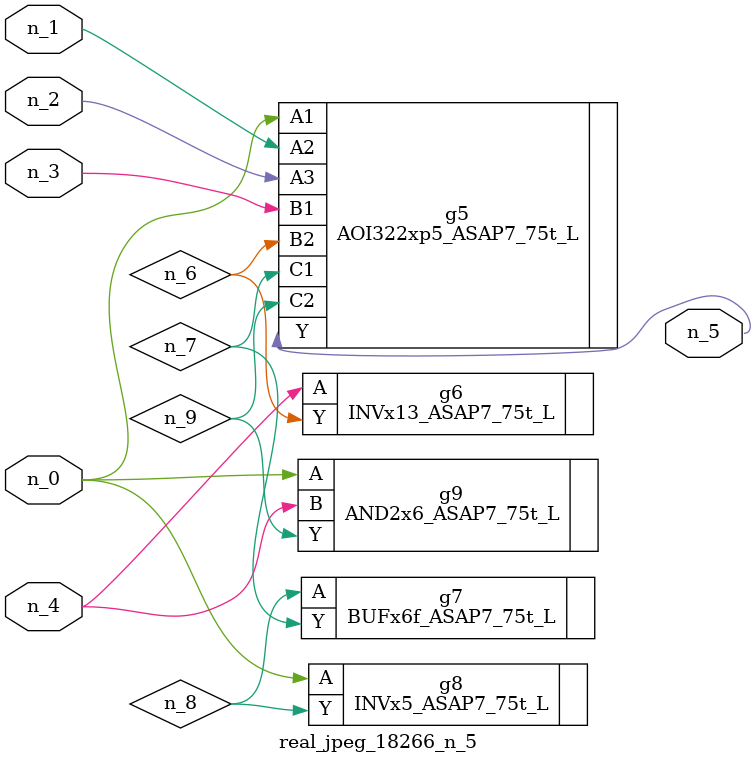
<source format=v>
module real_jpeg_18266_n_5 (n_4, n_0, n_1, n_2, n_3, n_5);

input n_4;
input n_0;
input n_1;
input n_2;
input n_3;

output n_5;

wire n_8;
wire n_6;
wire n_7;
wire n_9;

AOI322xp5_ASAP7_75t_L g5 ( 
.A1(n_0),
.A2(n_1),
.A3(n_2),
.B1(n_3),
.B2(n_6),
.C1(n_7),
.C2(n_9),
.Y(n_5)
);

INVx5_ASAP7_75t_L g8 ( 
.A(n_0),
.Y(n_8)
);

AND2x6_ASAP7_75t_L g9 ( 
.A(n_0),
.B(n_4),
.Y(n_9)
);

INVx13_ASAP7_75t_L g6 ( 
.A(n_4),
.Y(n_6)
);

BUFx6f_ASAP7_75t_L g7 ( 
.A(n_8),
.Y(n_7)
);


endmodule
</source>
